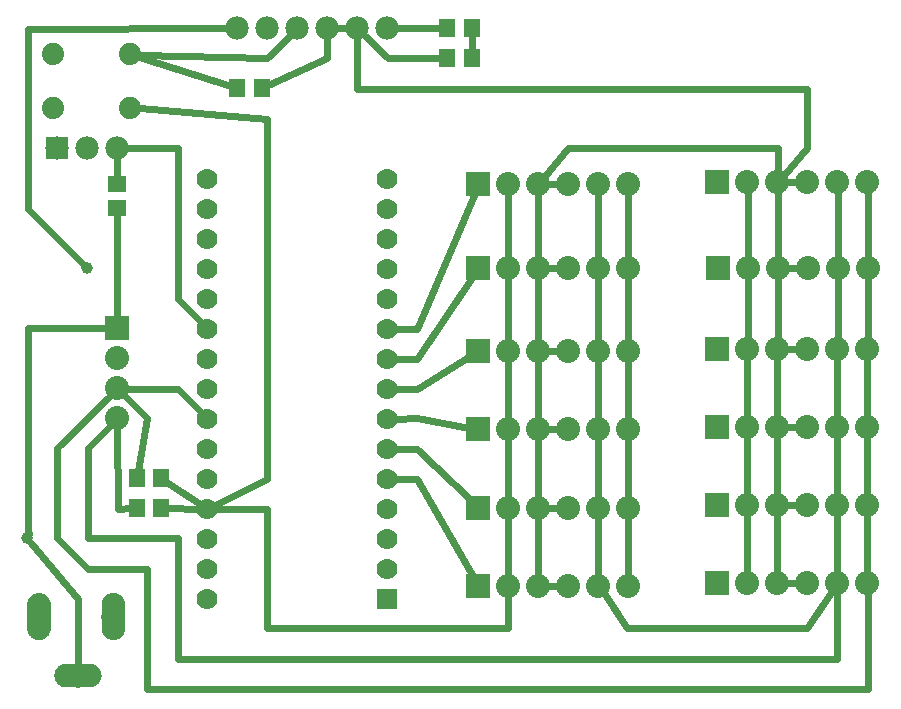
<source format=gtl>
G04 MADE WITH FRITZING*
G04 WWW.FRITZING.ORG*
G04 DOUBLE SIDED*
G04 HOLES PLATED*
G04 CONTOUR ON CENTER OF CONTOUR VECTOR*
%ASAXBY*%
%FSLAX23Y23*%
%MOIN*%
%OFA0B0*%
%SFA1.0B1.0*%
%ADD10C,0.080000*%
%ADD11C,0.074000*%
%ADD12C,0.078740*%
%ADD13C,0.078000*%
%ADD14C,0.070000*%
%ADD15C,0.039370*%
%ADD16R,0.080000X0.080000*%
%ADD17R,0.078000X0.078000*%
%ADD18R,0.069972X0.070000*%
%ADD19R,0.055118X0.059055*%
%ADD20R,0.059055X0.055118*%
%ADD21C,0.024000*%
%ADD22R,0.001000X0.001000*%
%LNCOPPER1*%
G90*
G70*
G54D10*
X1655Y940D03*
X1755Y940D03*
X1855Y940D03*
X1955Y940D03*
X2055Y940D03*
X2155Y940D03*
X1655Y418D03*
X1755Y418D03*
X1855Y418D03*
X1955Y418D03*
X2055Y418D03*
X2155Y418D03*
X452Y1276D03*
X452Y1176D03*
X452Y1076D03*
X452Y976D03*
X1655Y678D03*
X1755Y678D03*
X1855Y678D03*
X1955Y678D03*
X2055Y678D03*
X2155Y678D03*
X1655Y1200D03*
X1755Y1200D03*
X1855Y1200D03*
X1955Y1200D03*
X2055Y1200D03*
X2155Y1200D03*
X2452Y426D03*
X2552Y426D03*
X2652Y426D03*
X2752Y426D03*
X2852Y426D03*
X2952Y426D03*
X1655Y1476D03*
X1755Y1476D03*
X1855Y1476D03*
X1955Y1476D03*
X2055Y1476D03*
X2155Y1476D03*
X1655Y1757D03*
X1755Y1757D03*
X1855Y1757D03*
X1955Y1757D03*
X2055Y1757D03*
X2155Y1757D03*
X2452Y686D03*
X2552Y686D03*
X2652Y686D03*
X2752Y686D03*
X2852Y686D03*
X2952Y686D03*
X2452Y1206D03*
X2552Y1206D03*
X2652Y1206D03*
X2752Y1206D03*
X2852Y1206D03*
X2952Y1206D03*
X2452Y946D03*
X2552Y946D03*
X2652Y946D03*
X2752Y946D03*
X2852Y946D03*
X2952Y946D03*
X2454Y1476D03*
X2554Y1476D03*
X2654Y1476D03*
X2754Y1476D03*
X2854Y1476D03*
X2954Y1476D03*
X2452Y1762D03*
X2552Y1762D03*
X2652Y1762D03*
X2752Y1762D03*
X2852Y1762D03*
X2952Y1762D03*
G54D11*
X495Y2011D03*
X239Y2011D03*
X495Y2189D03*
X239Y2189D03*
X495Y2011D03*
X239Y2011D03*
X495Y2189D03*
X239Y2189D03*
G54D12*
X439Y314D03*
X191Y314D03*
X321Y117D03*
X439Y314D03*
X191Y314D03*
X321Y117D03*
G54D13*
X252Y1876D03*
X352Y1876D03*
X452Y1876D03*
G54D14*
X1352Y375D03*
X1352Y475D03*
X1352Y575D03*
X1352Y675D03*
X1352Y775D03*
X1352Y875D03*
X1352Y975D03*
X1352Y1075D03*
X1352Y1175D03*
X1352Y1275D03*
X1352Y1375D03*
X1352Y1475D03*
X1352Y1575D03*
X1352Y1675D03*
X1352Y1775D03*
X752Y375D03*
X752Y475D03*
X752Y575D03*
X752Y675D03*
X752Y775D03*
X752Y875D03*
X752Y975D03*
X752Y1075D03*
X752Y1175D03*
X752Y1275D03*
X752Y1375D03*
X752Y1475D03*
X752Y1575D03*
X752Y1675D03*
X752Y1775D03*
G54D15*
X152Y576D03*
G54D13*
X1352Y2276D03*
X1252Y2276D03*
X1152Y2276D03*
X1052Y2276D03*
X952Y2276D03*
X852Y2276D03*
G54D15*
X352Y1476D03*
G54D16*
X1655Y940D03*
X1655Y418D03*
X452Y1276D03*
X1655Y678D03*
X1655Y1200D03*
X2452Y426D03*
X1655Y1476D03*
X1655Y1757D03*
X2452Y686D03*
X2452Y1206D03*
X2452Y946D03*
X2454Y1476D03*
X2452Y1762D03*
G54D17*
X252Y1876D03*
G54D18*
X1352Y375D03*
G54D19*
X852Y2076D03*
X933Y2076D03*
X518Y776D03*
X599Y776D03*
X518Y676D03*
X599Y676D03*
G54D20*
X452Y1676D03*
X452Y1756D03*
G54D19*
X1552Y2176D03*
X1633Y2176D03*
X1552Y2276D03*
X1633Y2276D03*
G54D21*
X1924Y678D02*
X1886Y678D01*
D02*
X1924Y418D02*
X1886Y418D01*
D02*
X2721Y426D02*
X2684Y426D01*
D02*
X2721Y686D02*
X2684Y686D01*
D02*
X2721Y946D02*
X2684Y946D01*
D02*
X2721Y1206D02*
X2684Y1206D01*
D02*
X2723Y1476D02*
X2685Y1476D01*
D02*
X2721Y1762D02*
X2684Y1762D01*
D02*
X1924Y1757D02*
X1886Y1757D01*
D02*
X1924Y1476D02*
X1886Y1476D01*
D02*
X1924Y1200D02*
X1886Y1200D01*
D02*
X1924Y940D02*
X1886Y940D01*
D02*
X1855Y647D02*
X1855Y449D01*
D02*
X1855Y909D02*
X1855Y709D01*
D02*
X1855Y1169D02*
X1855Y971D01*
D02*
X1855Y1445D02*
X1855Y1231D01*
D02*
X1855Y1507D02*
X1855Y1726D01*
D02*
X2654Y1507D02*
X2653Y1731D01*
D02*
X2652Y977D02*
X2652Y1175D01*
D02*
X2653Y1237D02*
X2654Y1445D01*
D02*
X2652Y717D02*
X2652Y915D01*
D02*
X2652Y655D02*
X2652Y457D01*
D02*
X526Y2188D02*
X950Y2177D01*
D02*
X950Y2177D02*
X1031Y2255D01*
D02*
X1755Y1507D02*
X1755Y1726D01*
D02*
X1755Y1231D02*
X1755Y1445D01*
D02*
X1755Y971D02*
X1755Y1169D01*
D02*
X1755Y709D02*
X1755Y909D01*
D02*
X1755Y647D02*
X1755Y449D01*
D02*
X2055Y709D02*
X2055Y909D01*
D02*
X2055Y647D02*
X2055Y449D01*
D02*
X2552Y655D02*
X2552Y457D01*
D02*
X2552Y915D02*
X2552Y717D01*
D02*
X2552Y1175D02*
X2552Y977D01*
D02*
X2554Y1445D02*
X2553Y1237D01*
D02*
X2553Y1731D02*
X2554Y1507D01*
D02*
X2952Y655D02*
X2952Y457D01*
D02*
X2852Y655D02*
X2852Y457D01*
D02*
X2155Y647D02*
X2155Y449D01*
D02*
X2155Y909D02*
X2155Y709D01*
D02*
X2155Y1169D02*
X2155Y971D01*
D02*
X2155Y1445D02*
X2155Y1231D01*
D02*
X2155Y1507D02*
X2155Y1726D01*
D02*
X2055Y1507D02*
X2055Y1726D01*
D02*
X2055Y1231D02*
X2055Y1445D01*
D02*
X2055Y971D02*
X2055Y1169D01*
D02*
X2954Y1507D02*
X2953Y1731D01*
D02*
X2854Y1507D02*
X2853Y1731D01*
D02*
X2853Y1237D02*
X2854Y1445D01*
D02*
X2953Y1237D02*
X2954Y1445D01*
D02*
X2952Y977D02*
X2952Y1175D01*
D02*
X2852Y977D02*
X2852Y1175D01*
D02*
X2852Y717D02*
X2852Y915D01*
D02*
X2952Y717D02*
X2952Y915D01*
D02*
X1251Y2074D02*
X1252Y2246D01*
D02*
X2752Y2074D02*
X1251Y2074D01*
D02*
X2673Y1786D02*
X2752Y1876D01*
D02*
X2752Y1876D02*
X2752Y2074D01*
D02*
X950Y1975D02*
X950Y774D01*
D02*
X950Y774D02*
X778Y688D01*
D02*
X526Y2009D02*
X950Y1975D01*
D02*
X1222Y2276D02*
X1183Y2276D01*
D02*
X1452Y775D02*
X1382Y775D01*
D02*
X1640Y445D02*
X1452Y775D01*
D02*
X1452Y875D02*
X1382Y875D01*
D02*
X1633Y699D02*
X1452Y875D01*
D02*
X1624Y945D02*
X1452Y976D01*
D02*
X1452Y976D02*
X1382Y975D01*
D02*
X1452Y1075D02*
X1382Y1075D01*
D02*
X1629Y1184D02*
X1452Y1075D01*
D02*
X1638Y1450D02*
X1452Y1175D01*
D02*
X1452Y1175D02*
X1382Y1175D01*
D02*
X1452Y1275D02*
X1382Y1275D01*
D02*
X1643Y1728D02*
X1452Y1275D01*
D02*
X2151Y277D02*
X2752Y277D01*
D02*
X2752Y277D02*
X2835Y400D01*
D02*
X2073Y392D02*
X2151Y277D01*
D02*
X654Y174D02*
X2851Y174D01*
D02*
X2851Y174D02*
X2852Y395D01*
D02*
X654Y577D02*
X654Y174D01*
D02*
X354Y577D02*
X654Y577D01*
D02*
X430Y954D02*
X354Y877D01*
D02*
X354Y877D02*
X354Y577D01*
D02*
X1954Y1876D02*
X1875Y1781D01*
D02*
X2653Y1876D02*
X1954Y1876D01*
D02*
X2653Y1793D02*
X2653Y1876D01*
D02*
X1753Y277D02*
X950Y277D01*
D02*
X950Y277D02*
X950Y675D01*
D02*
X1755Y387D02*
X1753Y277D01*
D02*
X950Y675D02*
X782Y675D01*
D02*
X830Y2083D02*
X525Y2180D01*
D02*
X1152Y2177D02*
X955Y2086D01*
D02*
X1152Y2246D02*
X1152Y2177D01*
D02*
X552Y75D02*
X2953Y75D01*
D02*
X2953Y75D02*
X2953Y395D01*
D02*
X552Y474D02*
X552Y75D01*
D02*
X354Y474D02*
X552Y474D01*
D02*
X251Y577D02*
X354Y474D01*
D02*
X251Y877D02*
X251Y577D01*
D02*
X430Y1054D02*
X251Y877D01*
D02*
X321Y375D02*
X321Y148D01*
D02*
X165Y561D02*
X321Y375D01*
D02*
X153Y577D02*
X153Y1276D01*
D02*
X153Y1276D02*
X421Y1276D01*
D02*
X157Y594D02*
X153Y577D01*
D02*
X654Y1074D02*
X484Y1075D01*
D02*
X732Y996D02*
X654Y1074D01*
D02*
X552Y976D02*
X522Y800D01*
D02*
X474Y1054D02*
X552Y976D01*
D02*
X728Y691D02*
X621Y761D01*
D02*
X723Y675D02*
X621Y676D01*
D02*
X453Y675D02*
X452Y945D01*
D02*
X496Y676D02*
X453Y675D01*
D02*
X654Y1876D02*
X654Y1375D01*
D02*
X483Y1876D02*
X654Y1876D01*
D02*
X654Y1375D02*
X732Y1296D01*
D02*
X452Y1846D02*
X452Y1778D01*
D02*
X452Y1307D02*
X452Y1654D01*
D02*
X1274Y2255D02*
X1354Y2177D01*
D02*
X1354Y2177D02*
X1530Y2176D01*
D02*
X1530Y2276D02*
X1383Y2276D01*
D02*
X1633Y2200D02*
X1633Y2252D01*
D02*
X822Y2276D02*
X153Y2275D01*
D02*
X153Y2275D02*
X153Y1675D01*
D02*
X153Y1675D02*
X339Y1489D01*
G54D22*
X185Y393D02*
X196Y393D01*
X433Y393D02*
X444Y393D01*
X180Y392D02*
X201Y392D01*
X428Y392D02*
X449Y392D01*
X177Y391D02*
X204Y391D01*
X425Y391D02*
X452Y391D01*
X175Y390D02*
X206Y390D01*
X423Y390D02*
X454Y390D01*
X173Y389D02*
X208Y389D01*
X421Y389D02*
X456Y389D01*
X171Y388D02*
X210Y388D01*
X419Y388D02*
X458Y388D01*
X169Y387D02*
X212Y387D01*
X417Y387D02*
X460Y387D01*
X168Y386D02*
X213Y386D01*
X416Y386D02*
X461Y386D01*
X167Y385D02*
X214Y385D01*
X415Y385D02*
X462Y385D01*
X165Y384D02*
X216Y384D01*
X413Y384D02*
X464Y384D01*
X164Y383D02*
X217Y383D01*
X412Y383D02*
X465Y383D01*
X163Y382D02*
X218Y382D01*
X411Y382D02*
X466Y382D01*
X162Y381D02*
X219Y381D01*
X410Y381D02*
X467Y381D01*
X161Y380D02*
X220Y380D01*
X409Y380D02*
X468Y380D01*
X161Y379D02*
X221Y379D01*
X409Y379D02*
X469Y379D01*
X160Y378D02*
X221Y378D01*
X408Y378D02*
X469Y378D01*
X159Y377D02*
X222Y377D01*
X407Y377D02*
X470Y377D01*
X158Y376D02*
X223Y376D01*
X406Y376D02*
X471Y376D01*
X158Y375D02*
X223Y375D01*
X406Y375D02*
X471Y375D01*
X157Y374D02*
X224Y374D01*
X405Y374D02*
X472Y374D01*
X156Y373D02*
X225Y373D01*
X405Y373D02*
X473Y373D01*
X156Y372D02*
X225Y372D01*
X404Y372D02*
X473Y372D01*
X155Y371D02*
X226Y371D01*
X404Y371D02*
X474Y371D01*
X155Y370D02*
X226Y370D01*
X403Y370D02*
X474Y370D01*
X155Y369D02*
X226Y369D01*
X403Y369D02*
X474Y369D01*
X154Y368D02*
X227Y368D01*
X402Y368D02*
X475Y368D01*
X154Y367D02*
X227Y367D01*
X402Y367D02*
X475Y367D01*
X153Y366D02*
X228Y366D01*
X402Y366D02*
X476Y366D01*
X153Y365D02*
X228Y365D01*
X401Y365D02*
X476Y365D01*
X153Y364D02*
X228Y364D01*
X401Y364D02*
X476Y364D01*
X153Y363D02*
X228Y363D01*
X401Y363D02*
X476Y363D01*
X152Y362D02*
X229Y362D01*
X400Y362D02*
X477Y362D01*
X152Y361D02*
X229Y361D01*
X400Y361D02*
X477Y361D01*
X152Y360D02*
X229Y360D01*
X400Y360D02*
X477Y360D01*
X152Y359D02*
X229Y359D01*
X400Y359D02*
X477Y359D01*
X152Y358D02*
X229Y358D01*
X400Y358D02*
X477Y358D01*
X152Y357D02*
X229Y357D01*
X400Y357D02*
X477Y357D01*
X152Y356D02*
X229Y356D01*
X400Y356D02*
X477Y356D01*
X152Y355D02*
X229Y355D01*
X400Y355D02*
X477Y355D01*
X152Y354D02*
X229Y354D01*
X400Y354D02*
X477Y354D01*
X152Y353D02*
X229Y353D01*
X400Y353D02*
X477Y353D01*
X152Y352D02*
X229Y352D01*
X400Y352D02*
X477Y352D01*
X152Y351D02*
X229Y351D01*
X400Y351D02*
X477Y351D01*
X152Y350D02*
X229Y350D01*
X400Y350D02*
X477Y350D01*
X152Y349D02*
X229Y349D01*
X400Y349D02*
X477Y349D01*
X152Y348D02*
X229Y348D01*
X400Y348D02*
X477Y348D01*
X152Y347D02*
X229Y347D01*
X400Y347D02*
X477Y347D01*
X152Y346D02*
X229Y346D01*
X400Y346D02*
X477Y346D01*
X152Y345D02*
X229Y345D01*
X400Y345D02*
X477Y345D01*
X152Y344D02*
X229Y344D01*
X400Y344D02*
X477Y344D01*
X152Y343D02*
X229Y343D01*
X400Y343D02*
X477Y343D01*
X152Y342D02*
X229Y342D01*
X400Y342D02*
X477Y342D01*
X152Y341D02*
X229Y341D01*
X400Y341D02*
X477Y341D01*
X152Y340D02*
X229Y340D01*
X400Y340D02*
X477Y340D01*
X152Y339D02*
X229Y339D01*
X400Y339D02*
X477Y339D01*
X152Y338D02*
X229Y338D01*
X400Y338D02*
X477Y338D01*
X152Y337D02*
X229Y337D01*
X400Y337D02*
X477Y337D01*
X152Y336D02*
X229Y336D01*
X400Y336D02*
X477Y336D01*
X152Y335D02*
X229Y335D01*
X400Y335D02*
X477Y335D01*
X152Y334D02*
X186Y334D01*
X195Y334D02*
X229Y334D01*
X400Y334D02*
X434Y334D01*
X443Y334D02*
X477Y334D01*
X152Y333D02*
X183Y333D01*
X198Y333D02*
X229Y333D01*
X400Y333D02*
X431Y333D01*
X446Y333D02*
X477Y333D01*
X152Y332D02*
X181Y332D01*
X200Y332D02*
X229Y332D01*
X400Y332D02*
X429Y332D01*
X448Y332D02*
X477Y332D01*
X152Y331D02*
X179Y331D01*
X202Y331D02*
X229Y331D01*
X400Y331D02*
X427Y331D01*
X450Y331D02*
X477Y331D01*
X152Y330D02*
X178Y330D01*
X203Y330D02*
X229Y330D01*
X400Y330D02*
X426Y330D01*
X451Y330D02*
X477Y330D01*
X152Y329D02*
X177Y329D01*
X205Y329D02*
X229Y329D01*
X400Y329D02*
X425Y329D01*
X453Y329D02*
X477Y329D01*
X152Y328D02*
X176Y328D01*
X205Y328D02*
X229Y328D01*
X400Y328D02*
X424Y328D01*
X454Y328D02*
X477Y328D01*
X152Y327D02*
X175Y327D01*
X206Y327D02*
X229Y327D01*
X400Y327D02*
X423Y327D01*
X454Y327D02*
X477Y327D01*
X152Y326D02*
X174Y326D01*
X207Y326D02*
X229Y326D01*
X400Y326D02*
X422Y326D01*
X455Y326D02*
X477Y326D01*
X152Y325D02*
X173Y325D01*
X208Y325D02*
X229Y325D01*
X400Y325D02*
X421Y325D01*
X456Y325D02*
X477Y325D01*
X152Y324D02*
X173Y324D01*
X208Y324D02*
X229Y324D01*
X400Y324D02*
X421Y324D01*
X456Y324D02*
X477Y324D01*
X152Y323D02*
X172Y323D01*
X209Y323D02*
X229Y323D01*
X400Y323D02*
X420Y323D01*
X457Y323D02*
X477Y323D01*
X152Y322D02*
X172Y322D01*
X209Y322D02*
X229Y322D01*
X400Y322D02*
X420Y322D01*
X457Y322D02*
X477Y322D01*
X152Y321D02*
X171Y321D01*
X210Y321D02*
X229Y321D01*
X400Y321D02*
X419Y321D01*
X458Y321D02*
X477Y321D01*
X152Y320D02*
X171Y320D01*
X210Y320D02*
X229Y320D01*
X400Y320D02*
X419Y320D01*
X458Y320D02*
X477Y320D01*
X152Y319D02*
X171Y319D01*
X210Y319D02*
X229Y319D01*
X400Y319D02*
X419Y319D01*
X458Y319D02*
X477Y319D01*
X152Y318D02*
X171Y318D01*
X210Y318D02*
X229Y318D01*
X400Y318D02*
X419Y318D01*
X458Y318D02*
X477Y318D01*
X152Y317D02*
X171Y317D01*
X210Y317D02*
X229Y317D01*
X400Y317D02*
X419Y317D01*
X458Y317D02*
X477Y317D01*
X152Y316D02*
X170Y316D01*
X211Y316D02*
X229Y316D01*
X400Y316D02*
X418Y316D01*
X459Y316D02*
X477Y316D01*
X152Y315D02*
X170Y315D01*
X211Y315D02*
X229Y315D01*
X400Y315D02*
X418Y315D01*
X459Y315D02*
X477Y315D01*
X152Y314D02*
X170Y314D01*
X211Y314D02*
X229Y314D01*
X400Y314D02*
X418Y314D01*
X459Y314D02*
X477Y314D01*
X152Y313D02*
X171Y313D01*
X211Y313D02*
X229Y313D01*
X400Y313D02*
X419Y313D01*
X459Y313D02*
X477Y313D01*
X152Y312D02*
X171Y312D01*
X210Y312D02*
X229Y312D01*
X400Y312D02*
X419Y312D01*
X458Y312D02*
X477Y312D01*
X152Y311D02*
X171Y311D01*
X210Y311D02*
X229Y311D01*
X400Y311D02*
X419Y311D01*
X458Y311D02*
X477Y311D01*
X152Y310D02*
X171Y310D01*
X210Y310D02*
X229Y310D01*
X400Y310D02*
X419Y310D01*
X458Y310D02*
X477Y310D01*
X152Y309D02*
X171Y309D01*
X210Y309D02*
X229Y309D01*
X400Y309D02*
X419Y309D01*
X458Y309D02*
X477Y309D01*
X152Y308D02*
X172Y308D01*
X209Y308D02*
X229Y308D01*
X400Y308D02*
X420Y308D01*
X457Y308D02*
X477Y308D01*
X152Y307D02*
X172Y307D01*
X209Y307D02*
X229Y307D01*
X400Y307D02*
X420Y307D01*
X457Y307D02*
X477Y307D01*
X152Y306D02*
X172Y306D01*
X209Y306D02*
X229Y306D01*
X400Y306D02*
X421Y306D01*
X457Y306D02*
X477Y306D01*
X152Y305D02*
X173Y305D01*
X208Y305D02*
X229Y305D01*
X400Y305D02*
X421Y305D01*
X456Y305D02*
X477Y305D01*
X152Y304D02*
X174Y304D01*
X207Y304D02*
X229Y304D01*
X400Y304D02*
X422Y304D01*
X455Y304D02*
X477Y304D01*
X152Y303D02*
X174Y303D01*
X207Y303D02*
X229Y303D01*
X400Y303D02*
X422Y303D01*
X455Y303D02*
X477Y303D01*
X152Y302D02*
X175Y302D01*
X206Y302D02*
X229Y302D01*
X400Y302D02*
X423Y302D01*
X454Y302D02*
X477Y302D01*
X152Y301D02*
X176Y301D01*
X205Y301D02*
X229Y301D01*
X400Y301D02*
X424Y301D01*
X453Y301D02*
X477Y301D01*
X152Y300D02*
X177Y300D01*
X204Y300D02*
X229Y300D01*
X400Y300D02*
X425Y300D01*
X452Y300D02*
X477Y300D01*
X152Y299D02*
X178Y299D01*
X203Y299D02*
X229Y299D01*
X400Y299D02*
X426Y299D01*
X451Y299D02*
X477Y299D01*
X152Y298D02*
X180Y298D01*
X201Y298D02*
X229Y298D01*
X400Y298D02*
X428Y298D01*
X449Y298D02*
X477Y298D01*
X152Y297D02*
X182Y297D01*
X199Y297D02*
X229Y297D01*
X400Y297D02*
X430Y297D01*
X447Y297D02*
X477Y297D01*
X152Y296D02*
X184Y296D01*
X197Y296D02*
X229Y296D01*
X400Y296D02*
X432Y296D01*
X445Y296D02*
X477Y296D01*
X152Y295D02*
X229Y295D01*
X400Y295D02*
X477Y295D01*
X152Y294D02*
X229Y294D01*
X400Y294D02*
X477Y294D01*
X152Y293D02*
X229Y293D01*
X400Y293D02*
X477Y293D01*
X152Y292D02*
X229Y292D01*
X400Y292D02*
X477Y292D01*
X152Y291D02*
X229Y291D01*
X400Y291D02*
X477Y291D01*
X152Y290D02*
X229Y290D01*
X400Y290D02*
X477Y290D01*
X152Y289D02*
X229Y289D01*
X400Y289D02*
X477Y289D01*
X152Y288D02*
X229Y288D01*
X400Y288D02*
X477Y288D01*
X152Y287D02*
X229Y287D01*
X400Y287D02*
X477Y287D01*
X152Y286D02*
X229Y286D01*
X400Y286D02*
X477Y286D01*
X152Y285D02*
X229Y285D01*
X400Y285D02*
X477Y285D01*
X152Y284D02*
X229Y284D01*
X400Y284D02*
X477Y284D01*
X152Y283D02*
X229Y283D01*
X400Y283D02*
X477Y283D01*
X152Y282D02*
X229Y282D01*
X400Y282D02*
X477Y282D01*
X152Y281D02*
X229Y281D01*
X400Y281D02*
X477Y281D01*
X152Y280D02*
X229Y280D01*
X400Y280D02*
X477Y280D01*
X152Y279D02*
X229Y279D01*
X400Y279D02*
X477Y279D01*
X152Y278D02*
X229Y278D01*
X400Y278D02*
X477Y278D01*
X152Y277D02*
X229Y277D01*
X400Y277D02*
X477Y277D01*
X152Y276D02*
X229Y276D01*
X400Y276D02*
X477Y276D01*
X152Y275D02*
X229Y275D01*
X400Y275D02*
X477Y275D01*
X152Y274D02*
X229Y274D01*
X400Y274D02*
X477Y274D01*
X152Y273D02*
X229Y273D01*
X400Y273D02*
X477Y273D01*
X152Y272D02*
X229Y272D01*
X400Y272D02*
X477Y272D01*
X152Y271D02*
X229Y271D01*
X400Y271D02*
X477Y271D01*
X152Y270D02*
X229Y270D01*
X400Y270D02*
X477Y270D01*
X152Y269D02*
X229Y269D01*
X400Y269D02*
X477Y269D01*
X152Y268D02*
X229Y268D01*
X400Y268D02*
X477Y268D01*
X153Y267D02*
X228Y267D01*
X401Y267D02*
X476Y267D01*
X153Y266D02*
X228Y266D01*
X401Y266D02*
X476Y266D01*
X153Y265D02*
X228Y265D01*
X401Y265D02*
X476Y265D01*
X153Y264D02*
X228Y264D01*
X401Y264D02*
X476Y264D01*
X154Y263D02*
X227Y263D01*
X402Y263D02*
X475Y263D01*
X154Y262D02*
X227Y262D01*
X402Y262D02*
X475Y262D01*
X154Y261D02*
X227Y261D01*
X402Y261D02*
X475Y261D01*
X155Y260D02*
X226Y260D01*
X403Y260D02*
X474Y260D01*
X155Y259D02*
X226Y259D01*
X403Y259D02*
X474Y259D01*
X156Y258D02*
X225Y258D01*
X404Y258D02*
X473Y258D01*
X156Y257D02*
X225Y257D01*
X404Y257D02*
X473Y257D01*
X157Y256D02*
X224Y256D01*
X405Y256D02*
X472Y256D01*
X157Y255D02*
X224Y255D01*
X405Y255D02*
X472Y255D01*
X158Y254D02*
X223Y254D01*
X406Y254D02*
X471Y254D01*
X159Y253D02*
X222Y253D01*
X407Y253D02*
X470Y253D01*
X159Y252D02*
X222Y252D01*
X407Y252D02*
X470Y252D01*
X160Y251D02*
X221Y251D01*
X408Y251D02*
X469Y251D01*
X161Y250D02*
X220Y250D01*
X409Y250D02*
X468Y250D01*
X162Y249D02*
X219Y249D01*
X410Y249D02*
X467Y249D01*
X163Y248D02*
X218Y248D01*
X411Y248D02*
X466Y248D01*
X164Y247D02*
X217Y247D01*
X412Y247D02*
X465Y247D01*
X165Y246D02*
X216Y246D01*
X413Y246D02*
X464Y246D01*
X166Y245D02*
X215Y245D01*
X414Y245D02*
X463Y245D01*
X167Y244D02*
X214Y244D01*
X415Y244D02*
X462Y244D01*
X169Y243D02*
X212Y243D01*
X417Y243D02*
X460Y243D01*
X170Y242D02*
X211Y242D01*
X418Y242D02*
X459Y242D01*
X172Y241D02*
X209Y241D01*
X420Y241D02*
X457Y241D01*
X174Y240D02*
X207Y240D01*
X422Y240D02*
X455Y240D01*
X176Y239D02*
X205Y239D01*
X424Y239D02*
X453Y239D01*
X179Y238D02*
X202Y238D01*
X427Y238D02*
X450Y238D01*
X182Y237D02*
X199Y237D01*
X430Y237D02*
X447Y237D01*
X277Y157D02*
X364Y157D01*
X272Y156D02*
X369Y156D01*
X268Y155D02*
X372Y155D01*
X266Y154D02*
X375Y154D01*
X264Y153D02*
X377Y153D01*
X262Y152D02*
X379Y152D01*
X260Y151D02*
X381Y151D01*
X259Y150D02*
X382Y150D01*
X257Y149D02*
X383Y149D01*
X256Y148D02*
X385Y148D01*
X255Y147D02*
X386Y147D01*
X254Y146D02*
X387Y146D01*
X253Y145D02*
X388Y145D01*
X252Y144D02*
X389Y144D01*
X251Y143D02*
X390Y143D01*
X250Y142D02*
X390Y142D01*
X250Y141D02*
X391Y141D01*
X249Y140D02*
X392Y140D01*
X248Y139D02*
X393Y139D01*
X248Y138D02*
X393Y138D01*
X247Y137D02*
X315Y137D01*
X326Y137D02*
X394Y137D01*
X247Y136D02*
X312Y136D01*
X329Y136D02*
X394Y136D01*
X246Y135D02*
X310Y135D01*
X331Y135D02*
X395Y135D01*
X246Y134D02*
X309Y134D01*
X332Y134D02*
X395Y134D01*
X245Y133D02*
X307Y133D01*
X333Y133D02*
X396Y133D01*
X245Y132D02*
X306Y132D01*
X335Y132D02*
X396Y132D01*
X244Y131D02*
X305Y131D01*
X336Y131D02*
X396Y131D01*
X244Y130D02*
X304Y130D01*
X336Y130D02*
X397Y130D01*
X244Y129D02*
X304Y129D01*
X337Y129D02*
X397Y129D01*
X244Y128D02*
X303Y128D01*
X338Y128D02*
X397Y128D01*
X243Y127D02*
X303Y127D01*
X338Y127D02*
X398Y127D01*
X243Y126D02*
X302Y126D01*
X339Y126D02*
X398Y126D01*
X243Y125D02*
X302Y125D01*
X339Y125D02*
X398Y125D01*
X243Y124D02*
X301Y124D01*
X340Y124D02*
X398Y124D01*
X243Y123D02*
X301Y123D01*
X340Y123D02*
X398Y123D01*
X242Y122D02*
X301Y122D01*
X340Y122D02*
X398Y122D01*
X242Y121D02*
X301Y121D01*
X340Y121D02*
X399Y121D01*
X242Y120D02*
X300Y120D01*
X340Y120D02*
X399Y120D01*
X242Y119D02*
X300Y119D01*
X341Y119D02*
X399Y119D01*
X242Y118D02*
X300Y118D01*
X341Y118D02*
X399Y118D01*
X242Y117D02*
X300Y117D01*
X341Y117D02*
X399Y117D01*
X242Y116D02*
X300Y116D01*
X340Y116D02*
X399Y116D01*
X242Y115D02*
X301Y115D01*
X340Y115D02*
X399Y115D01*
X242Y114D02*
X301Y114D01*
X340Y114D02*
X398Y114D01*
X243Y113D02*
X301Y113D01*
X340Y113D02*
X398Y113D01*
X243Y112D02*
X301Y112D01*
X340Y112D02*
X398Y112D01*
X243Y111D02*
X302Y111D01*
X339Y111D02*
X398Y111D01*
X243Y110D02*
X302Y110D01*
X339Y110D02*
X398Y110D01*
X243Y109D02*
X302Y109D01*
X338Y109D02*
X398Y109D01*
X244Y108D02*
X303Y108D01*
X338Y108D02*
X397Y108D01*
X244Y107D02*
X304Y107D01*
X337Y107D02*
X397Y107D01*
X244Y106D02*
X304Y106D01*
X336Y106D02*
X397Y106D01*
X244Y105D02*
X305Y105D01*
X336Y105D02*
X396Y105D01*
X245Y104D02*
X306Y104D01*
X335Y104D02*
X396Y104D01*
X245Y103D02*
X307Y103D01*
X334Y103D02*
X396Y103D01*
X246Y102D02*
X308Y102D01*
X332Y102D02*
X395Y102D01*
X246Y101D02*
X310Y101D01*
X331Y101D02*
X395Y101D01*
X247Y100D02*
X312Y100D01*
X329Y100D02*
X394Y100D01*
X247Y99D02*
X315Y99D01*
X326Y99D02*
X394Y99D01*
X248Y98D02*
X393Y98D01*
X248Y97D02*
X393Y97D01*
X249Y96D02*
X392Y96D01*
X250Y95D02*
X391Y95D01*
X250Y94D02*
X391Y94D01*
X251Y93D02*
X390Y93D01*
X252Y92D02*
X389Y92D01*
X253Y91D02*
X388Y91D01*
X254Y90D02*
X387Y90D01*
X255Y89D02*
X386Y89D01*
X256Y88D02*
X385Y88D01*
X257Y87D02*
X384Y87D01*
X259Y86D02*
X382Y86D01*
X260Y85D02*
X381Y85D01*
X262Y84D02*
X379Y84D01*
X263Y83D02*
X377Y83D01*
X266Y82D02*
X375Y82D01*
X268Y81D02*
X373Y81D01*
X271Y80D02*
X370Y80D01*
X276Y79D02*
X365Y79D01*
D02*
G04 End of Copper1*
M02*
</source>
